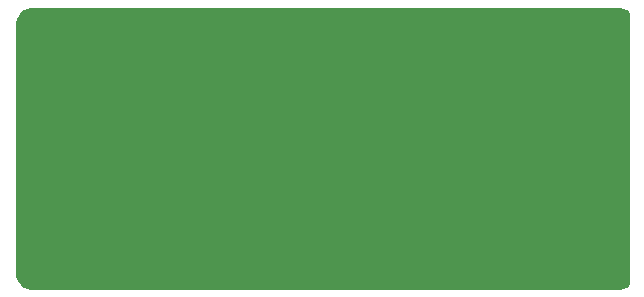
<source format=gbr>
%TF.GenerationSoftware,KiCad,Pcbnew,5.1.10-1.fc33*%
%TF.CreationDate,2021-10-09T21:05:27-05:00*%
%TF.ProjectId,serdes-rf-hdmi,73657264-6573-42d7-9266-2d68646d692e,B*%
%TF.SameCoordinates,Original*%
%TF.FileFunction,Copper,L3,Inr*%
%TF.FilePolarity,Positive*%
%FSLAX46Y46*%
G04 Gerber Fmt 4.6, Leading zero omitted, Abs format (unit mm)*
G04 Created by KiCad (PCBNEW 5.1.10-1.fc33) date 2021-10-09 21:05:27*
%MOMM*%
%LPD*%
G01*
G04 APERTURE LIST*
%TA.AperFunction,ViaPad*%
%ADD10C,0.800000*%
%TD*%
%TA.AperFunction,Conductor*%
%ADD11C,0.254000*%
%TD*%
%TA.AperFunction,Conductor*%
%ADD12C,0.100000*%
%TD*%
G04 APERTURE END LIST*
D10*
%TO.N,GND*%
X120000000Y-96000000D03*
X123000000Y-96000000D03*
X126000000Y-96000000D03*
X129000000Y-96000000D03*
X132000000Y-96000000D03*
X135000000Y-96000000D03*
X138000000Y-96000000D03*
X141000000Y-96000000D03*
X144000000Y-96000000D03*
X147000000Y-96000000D03*
X150000000Y-96000000D03*
X153000000Y-96000000D03*
X156000000Y-96000000D03*
X159000000Y-96000000D03*
X162000000Y-96000000D03*
X165000000Y-96000000D03*
X168000000Y-96000000D03*
X168000000Y-74000000D03*
X165000000Y-74000000D03*
X162000000Y-74000000D03*
X159000000Y-74000000D03*
X156000000Y-74000000D03*
X153000000Y-74000000D03*
X150000000Y-74000000D03*
X147000000Y-74000000D03*
X144000000Y-74000000D03*
X141000000Y-74000000D03*
X138000000Y-74000000D03*
X135000000Y-74000000D03*
X132000000Y-74000000D03*
X129000000Y-74000000D03*
X126000000Y-74000000D03*
X123000000Y-74000000D03*
X120000000Y-74000000D03*
X122500000Y-88500000D03*
X122500000Y-92000000D03*
X122500000Y-78000000D03*
X126000000Y-80000000D03*
X129000000Y-85500000D03*
X126000000Y-88500000D03*
X132000000Y-84000000D03*
X135000000Y-84000000D03*
X138000000Y-84000000D03*
X141000000Y-84000000D03*
X144000000Y-84000000D03*
X147000000Y-84000000D03*
X150000000Y-84000000D03*
X153000000Y-84000000D03*
X156000000Y-84000000D03*
X162000000Y-84000000D03*
X165000000Y-84000000D03*
X168000000Y-84000000D03*
%TD*%
D11*
%TO.N,GND*%
X170259659Y-73188625D02*
X170509429Y-73264035D01*
X170739792Y-73386522D01*
X170873000Y-73495163D01*
X170873000Y-96504503D01*
X170747546Y-96608288D01*
X170518046Y-96732378D01*
X170268805Y-96809531D01*
X169978911Y-96840000D01*
X120532279Y-96840000D01*
X120240340Y-96811375D01*
X119990571Y-96735965D01*
X119760206Y-96613477D01*
X119558021Y-96448579D01*
X119391712Y-96247546D01*
X119267622Y-96018046D01*
X119190469Y-95768805D01*
X119160000Y-95478911D01*
X119160000Y-74532279D01*
X119188625Y-74240341D01*
X119264035Y-73990571D01*
X119386522Y-73760208D01*
X119551422Y-73558020D01*
X119752450Y-73391714D01*
X119981954Y-73267622D01*
X120231195Y-73190469D01*
X120521088Y-73160000D01*
X169967721Y-73160000D01*
X170259659Y-73188625D01*
%TA.AperFunction,Conductor*%
D12*
G36*
X170259659Y-73188625D02*
G01*
X170509429Y-73264035D01*
X170739792Y-73386522D01*
X170873000Y-73495163D01*
X170873000Y-96504503D01*
X170747546Y-96608288D01*
X170518046Y-96732378D01*
X170268805Y-96809531D01*
X169978911Y-96840000D01*
X120532279Y-96840000D01*
X120240340Y-96811375D01*
X119990571Y-96735965D01*
X119760206Y-96613477D01*
X119558021Y-96448579D01*
X119391712Y-96247546D01*
X119267622Y-96018046D01*
X119190469Y-95768805D01*
X119160000Y-95478911D01*
X119160000Y-74532279D01*
X119188625Y-74240341D01*
X119264035Y-73990571D01*
X119386522Y-73760208D01*
X119551422Y-73558020D01*
X119752450Y-73391714D01*
X119981954Y-73267622D01*
X120231195Y-73190469D01*
X120521088Y-73160000D01*
X169967721Y-73160000D01*
X170259659Y-73188625D01*
G37*
%TD.AperFunction*%
%TD*%
M02*

</source>
